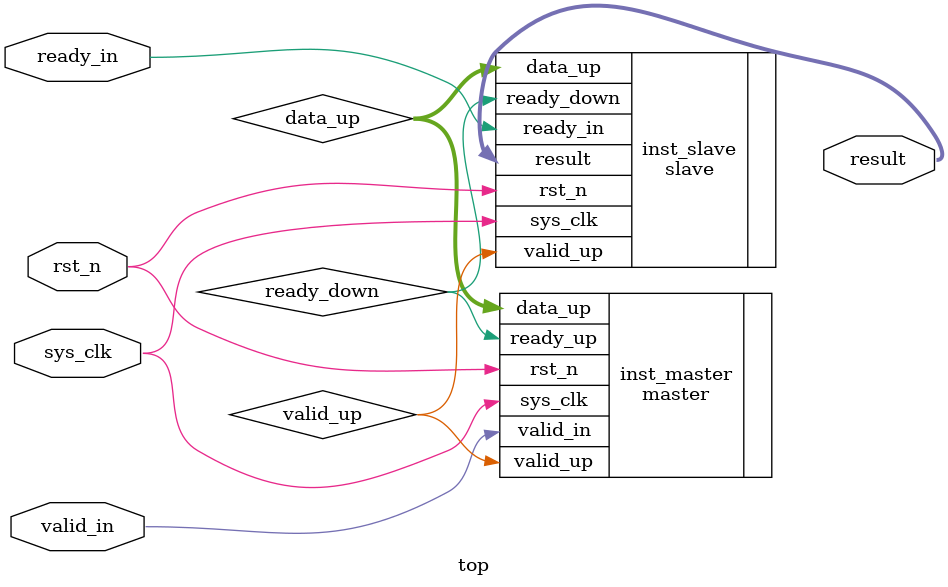
<source format=v>
module top
(
    input wire        sys_clk,
    input wire        rst_n,
    input wire        valid_in,
    input wire        ready_in,

    output wire [2:0] result
);

wire ready_down;
wire valid_up;
wire [2:0] data_up;


master inst_master
(
    .sys_clk (sys_clk),
    .rst_n   (rst_n),
    .valid_in(valid_in),
    .ready_up(ready_down),

    .valid_up(valid_up),
    .data_up(data_up)
);

slave inst_slave
(
    .sys_clk   (sys_clk),
    .rst_n     (rst_n),
    .ready_in  (ready_in),    
    .data_up   (data_up),
    .valid_up  (valid_up),

    .ready_down(ready_down),
    .result    (result)
);










endmodule
</source>
